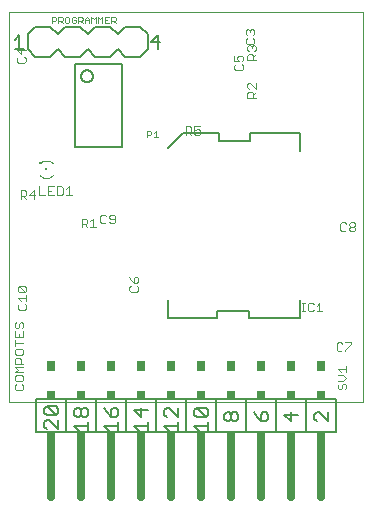
<source format=gto>
G75*
%MOIN*%
%OFA0B0*%
%FSLAX25Y25*%
%IPPOS*%
%LPD*%
%AMOC8*
5,1,8,0,0,1.08239X$1,22.5*
%
%ADD10C,0.00000*%
%ADD11C,0.00300*%
%ADD12C,0.00800*%
%ADD13C,0.00500*%
%ADD14C,0.00200*%
%ADD15C,0.00600*%
%ADD16C,0.02600*%
%ADD17R,0.02600X0.03000*%
%ADD18R,0.02600X0.02600*%
%ADD19R,0.02600X0.03200*%
%ADD20C,0.00400*%
%ADD21R,0.00787X0.00787*%
%ADD22R,0.00591X0.00984*%
D10*
X0016800Y0033989D02*
X0016800Y0163910D01*
X0134910Y0163910D01*
X0134910Y0033989D01*
X0016800Y0033989D01*
D11*
X0019231Y0037889D02*
X0021166Y0037889D01*
X0021650Y0038373D01*
X0021650Y0039340D01*
X0021166Y0039824D01*
X0021166Y0040835D02*
X0021650Y0041319D01*
X0021650Y0042287D01*
X0021166Y0042770D01*
X0019231Y0042770D01*
X0018748Y0042287D01*
X0018748Y0041319D01*
X0019231Y0040835D01*
X0021166Y0040835D01*
X0019231Y0039824D02*
X0018748Y0039340D01*
X0018748Y0038373D01*
X0019231Y0037889D01*
X0018748Y0043782D02*
X0019715Y0044749D01*
X0018748Y0045717D01*
X0021650Y0045717D01*
X0021650Y0046729D02*
X0018748Y0046729D01*
X0018748Y0048180D01*
X0019231Y0048664D01*
X0020199Y0048664D01*
X0020683Y0048180D01*
X0020683Y0046729D01*
X0021166Y0049675D02*
X0019231Y0049675D01*
X0018748Y0050159D01*
X0018748Y0051126D01*
X0019231Y0051610D01*
X0021166Y0051610D01*
X0021650Y0051126D01*
X0021650Y0050159D01*
X0021166Y0049675D01*
X0018748Y0052622D02*
X0018748Y0054557D01*
X0018748Y0053589D02*
X0021650Y0053589D01*
X0021650Y0055568D02*
X0021650Y0057503D01*
X0021166Y0058515D02*
X0021650Y0058998D01*
X0021650Y0059966D01*
X0021166Y0060450D01*
X0020683Y0060450D01*
X0020199Y0059966D01*
X0020199Y0058998D01*
X0019715Y0058515D01*
X0019231Y0058515D01*
X0018748Y0058998D01*
X0018748Y0059966D01*
X0019231Y0060450D01*
X0018748Y0057503D02*
X0018748Y0055568D01*
X0021650Y0055568D01*
X0020199Y0055568D02*
X0020199Y0056536D01*
X0020236Y0064670D02*
X0022171Y0064670D01*
X0022655Y0065153D01*
X0022655Y0066121D01*
X0022171Y0066604D01*
X0022655Y0067616D02*
X0022655Y0069551D01*
X0022655Y0068584D02*
X0019753Y0068584D01*
X0020720Y0067616D01*
X0020236Y0066604D02*
X0019753Y0066121D01*
X0019753Y0065153D01*
X0020236Y0064670D01*
X0020236Y0070563D02*
X0019753Y0071046D01*
X0019753Y0072014D01*
X0020236Y0072498D01*
X0022171Y0070563D01*
X0022655Y0071046D01*
X0022655Y0072014D01*
X0022171Y0072498D01*
X0020236Y0072498D01*
X0020236Y0070563D02*
X0022171Y0070563D01*
X0041057Y0092189D02*
X0041057Y0095091D01*
X0042508Y0095091D01*
X0042992Y0094608D01*
X0042992Y0093640D01*
X0042508Y0093156D01*
X0041057Y0093156D01*
X0042024Y0093156D02*
X0042992Y0092189D01*
X0044003Y0092189D02*
X0045938Y0092189D01*
X0044971Y0092189D02*
X0044971Y0095091D01*
X0044003Y0094124D01*
X0047307Y0093923D02*
X0047791Y0093439D01*
X0048758Y0093439D01*
X0049242Y0093923D01*
X0050253Y0093923D02*
X0050737Y0093439D01*
X0051705Y0093439D01*
X0052188Y0093923D01*
X0052188Y0095858D01*
X0051705Y0096341D01*
X0050737Y0096341D01*
X0050253Y0095858D01*
X0050253Y0095374D01*
X0050737Y0094890D01*
X0052188Y0094890D01*
X0049242Y0095858D02*
X0048758Y0096341D01*
X0047791Y0096341D01*
X0047307Y0095858D01*
X0047307Y0093923D01*
X0037725Y0102889D02*
X0035790Y0102889D01*
X0036757Y0102889D02*
X0036757Y0105791D01*
X0035790Y0104824D01*
X0034778Y0105308D02*
X0034778Y0103373D01*
X0034294Y0102889D01*
X0032843Y0102889D01*
X0032843Y0105791D01*
X0034294Y0105791D01*
X0034778Y0105308D01*
X0031831Y0105791D02*
X0029897Y0105791D01*
X0029897Y0102889D01*
X0031831Y0102889D01*
X0030864Y0104340D02*
X0029897Y0104340D01*
X0028885Y0102889D02*
X0026950Y0102889D01*
X0026950Y0105791D01*
X0025581Y0103090D02*
X0023647Y0103090D01*
X0025098Y0104541D01*
X0025098Y0101639D01*
X0022635Y0101639D02*
X0021667Y0102606D01*
X0022151Y0102606D02*
X0020700Y0102606D01*
X0020700Y0101639D02*
X0020700Y0104541D01*
X0022151Y0104541D01*
X0022635Y0104058D01*
X0022635Y0103090D01*
X0022151Y0102606D01*
X0056948Y0075627D02*
X0057431Y0074660D01*
X0058399Y0073692D01*
X0058399Y0075144D01*
X0058883Y0075627D01*
X0059366Y0075627D01*
X0059850Y0075144D01*
X0059850Y0074176D01*
X0059366Y0073692D01*
X0058399Y0073692D01*
X0059366Y0072681D02*
X0059850Y0072197D01*
X0059850Y0071230D01*
X0059366Y0070746D01*
X0057431Y0070746D01*
X0056948Y0071230D01*
X0056948Y0072197D01*
X0057431Y0072681D01*
X0021650Y0043782D02*
X0018748Y0043782D01*
X0075700Y0122889D02*
X0075700Y0125791D01*
X0077151Y0125791D01*
X0077635Y0125308D01*
X0077635Y0124340D01*
X0077151Y0123856D01*
X0075700Y0123856D01*
X0076667Y0123856D02*
X0077635Y0122889D01*
X0078647Y0123373D02*
X0079130Y0122889D01*
X0080098Y0122889D01*
X0080581Y0123373D01*
X0080581Y0124340D01*
X0080098Y0124824D01*
X0079614Y0124824D01*
X0078647Y0124340D01*
X0078647Y0125791D01*
X0080581Y0125791D01*
X0096248Y0135389D02*
X0096248Y0136840D01*
X0096731Y0137324D01*
X0097699Y0137324D01*
X0098183Y0136840D01*
X0098183Y0135389D01*
X0099150Y0135389D02*
X0096248Y0135389D01*
X0098183Y0136356D02*
X0099150Y0137324D01*
X0099150Y0138335D02*
X0097215Y0140270D01*
X0096731Y0140270D01*
X0096248Y0139787D01*
X0096248Y0138819D01*
X0096731Y0138335D01*
X0099150Y0138335D02*
X0099150Y0140270D01*
X0094850Y0144980D02*
X0094850Y0145947D01*
X0094366Y0146431D01*
X0094366Y0147442D02*
X0094850Y0147926D01*
X0094850Y0148894D01*
X0094366Y0149377D01*
X0093399Y0149377D01*
X0092915Y0148894D01*
X0092915Y0148410D01*
X0093399Y0147442D01*
X0091948Y0147442D01*
X0091948Y0149377D01*
X0092431Y0146431D02*
X0091948Y0145947D01*
X0091948Y0144980D01*
X0092431Y0144496D01*
X0094366Y0144496D01*
X0094850Y0144980D01*
X0096248Y0147889D02*
X0096248Y0149340D01*
X0096731Y0149824D01*
X0097699Y0149824D01*
X0098183Y0149340D01*
X0098183Y0147889D01*
X0099150Y0147889D02*
X0096248Y0147889D01*
X0098183Y0148856D02*
X0099150Y0149824D01*
X0098666Y0150835D02*
X0099150Y0151319D01*
X0099150Y0152287D01*
X0098666Y0152770D01*
X0098183Y0152770D01*
X0097699Y0152287D01*
X0097699Y0151803D01*
X0097699Y0152287D02*
X0097215Y0152770D01*
X0096731Y0152770D01*
X0096248Y0152287D01*
X0096248Y0151319D01*
X0096731Y0150835D01*
X0096181Y0153246D02*
X0098116Y0153246D01*
X0098600Y0153730D01*
X0098600Y0154697D01*
X0098116Y0155181D01*
X0098116Y0156192D02*
X0098600Y0156676D01*
X0098600Y0157644D01*
X0098116Y0158127D01*
X0097633Y0158127D01*
X0097149Y0157644D01*
X0097149Y0157160D01*
X0097149Y0157644D02*
X0096665Y0158127D01*
X0096181Y0158127D01*
X0095698Y0157644D01*
X0095698Y0156676D01*
X0096181Y0156192D01*
X0096181Y0155181D02*
X0095698Y0154697D01*
X0095698Y0153730D01*
X0096181Y0153246D01*
X0127791Y0093841D02*
X0127307Y0093358D01*
X0127307Y0091423D01*
X0127791Y0090939D01*
X0128758Y0090939D01*
X0129242Y0091423D01*
X0130253Y0091423D02*
X0130253Y0091906D01*
X0130737Y0092390D01*
X0131705Y0092390D01*
X0132188Y0091906D01*
X0132188Y0091423D01*
X0131705Y0090939D01*
X0130737Y0090939D01*
X0130253Y0091423D01*
X0130737Y0092390D02*
X0130253Y0092874D01*
X0130253Y0093358D01*
X0130737Y0093841D01*
X0131705Y0093841D01*
X0132188Y0093358D01*
X0132188Y0092874D01*
X0131705Y0092390D01*
X0129242Y0093358D02*
X0128758Y0093841D01*
X0127791Y0093841D01*
X0120328Y0067041D02*
X0120328Y0064139D01*
X0119361Y0064139D02*
X0121296Y0064139D01*
X0119361Y0066074D02*
X0120328Y0067041D01*
X0118349Y0066558D02*
X0117866Y0067041D01*
X0116898Y0067041D01*
X0116414Y0066558D01*
X0116414Y0064623D01*
X0116898Y0064139D01*
X0117866Y0064139D01*
X0118349Y0064623D01*
X0115417Y0064139D02*
X0114450Y0064139D01*
X0114934Y0064139D02*
X0114934Y0067041D01*
X0115417Y0067041D02*
X0114450Y0067041D01*
X0126541Y0053841D02*
X0126057Y0053358D01*
X0126057Y0051423D01*
X0126541Y0050939D01*
X0127508Y0050939D01*
X0127992Y0051423D01*
X0129003Y0051423D02*
X0129003Y0050939D01*
X0129003Y0051423D02*
X0130938Y0053358D01*
X0130938Y0053841D01*
X0129003Y0053841D01*
X0127992Y0053358D02*
X0127508Y0053841D01*
X0126541Y0053841D01*
X0129289Y0045933D02*
X0129289Y0043998D01*
X0129289Y0044965D02*
X0126387Y0044965D01*
X0127354Y0043998D01*
X0128321Y0042986D02*
X0126387Y0042986D01*
X0128321Y0042986D02*
X0129289Y0042019D01*
X0128321Y0041051D01*
X0126387Y0041051D01*
X0126870Y0040040D02*
X0126387Y0039556D01*
X0126387Y0038588D01*
X0126870Y0038105D01*
X0127354Y0038105D01*
X0127838Y0038588D01*
X0127838Y0039556D01*
X0128321Y0040040D01*
X0128805Y0040040D01*
X0129289Y0039556D01*
X0129289Y0038588D01*
X0128805Y0038105D01*
X0021866Y0146996D02*
X0022350Y0147480D01*
X0022350Y0148447D01*
X0021866Y0148931D01*
X0020899Y0149942D02*
X0020899Y0151877D01*
X0022350Y0151394D02*
X0019448Y0151394D01*
X0020899Y0149942D01*
X0019931Y0148931D02*
X0019448Y0148447D01*
X0019448Y0147480D01*
X0019931Y0146996D01*
X0021866Y0146996D01*
D12*
X0069753Y0118566D02*
X0074871Y0123684D01*
X0086682Y0123684D01*
X0086682Y0121085D01*
X0097312Y0121085D01*
X0097312Y0123684D01*
X0113847Y0123684D01*
X0113847Y0123448D02*
X0113847Y0117542D01*
X0113847Y0067936D02*
X0113847Y0062030D01*
X0113847Y0061794D02*
X0096918Y0061794D01*
X0096918Y0064393D01*
X0086288Y0064393D01*
X0086288Y0061794D01*
X0069753Y0061794D01*
X0069753Y0062030D02*
X0069753Y0067936D01*
D13*
X0070103Y0031949D02*
X0069352Y0031949D01*
X0068601Y0031198D01*
X0068601Y0029697D01*
X0069352Y0028946D01*
X0070103Y0031949D02*
X0073105Y0028946D01*
X0073105Y0031949D01*
X0073105Y0027345D02*
X0073105Y0024342D01*
X0073105Y0025843D02*
X0068601Y0025843D01*
X0070103Y0024342D01*
X0063105Y0024342D02*
X0063105Y0027345D01*
X0063105Y0025843D02*
X0058601Y0025843D01*
X0060103Y0024342D01*
X0060853Y0028946D02*
X0060853Y0031949D01*
X0058601Y0031198D02*
X0060853Y0028946D01*
X0063105Y0031198D02*
X0058601Y0031198D01*
X0053105Y0031198D02*
X0053105Y0029697D01*
X0052354Y0028946D01*
X0050853Y0028946D01*
X0050853Y0031198D01*
X0051604Y0031949D01*
X0052354Y0031949D01*
X0053105Y0031198D01*
X0050853Y0028946D02*
X0049352Y0030447D01*
X0048601Y0031949D01*
X0043105Y0031198D02*
X0043105Y0029697D01*
X0042354Y0028946D01*
X0041604Y0028946D01*
X0040853Y0029697D01*
X0040853Y0031198D01*
X0041604Y0031949D01*
X0042354Y0031949D01*
X0043105Y0031198D01*
X0040853Y0031198D02*
X0040103Y0031949D01*
X0039352Y0031949D01*
X0038601Y0031198D01*
X0038601Y0029697D01*
X0039352Y0028946D01*
X0040103Y0028946D01*
X0040853Y0029697D01*
X0043105Y0027345D02*
X0043105Y0024342D01*
X0043105Y0025843D02*
X0038601Y0025843D01*
X0040103Y0024342D01*
X0033105Y0024842D02*
X0030103Y0027845D01*
X0029352Y0027845D01*
X0028601Y0027094D01*
X0028601Y0025593D01*
X0029352Y0024842D01*
X0033105Y0024842D02*
X0033105Y0027845D01*
X0032354Y0029446D02*
X0029352Y0032449D01*
X0032354Y0032449D01*
X0033105Y0031698D01*
X0033105Y0030197D01*
X0032354Y0029446D01*
X0029352Y0029446D01*
X0028601Y0030197D01*
X0028601Y0031698D01*
X0029352Y0032449D01*
X0048601Y0025843D02*
X0053105Y0025843D01*
X0053105Y0024342D02*
X0053105Y0027345D01*
X0050103Y0024342D02*
X0048601Y0025843D01*
X0078601Y0025843D02*
X0083105Y0025843D01*
X0083105Y0024342D02*
X0083105Y0027345D01*
X0082354Y0028946D02*
X0079352Y0031949D01*
X0082354Y0031949D01*
X0083105Y0031198D01*
X0083105Y0029697D01*
X0082354Y0028946D01*
X0079352Y0028946D01*
X0078601Y0029697D01*
X0078601Y0031198D01*
X0079352Y0031949D01*
X0078601Y0025843D02*
X0080103Y0024342D01*
X0088601Y0028197D02*
X0088601Y0029698D01*
X0089352Y0030449D01*
X0090103Y0030449D01*
X0090853Y0029698D01*
X0090853Y0028197D01*
X0090103Y0027446D01*
X0089352Y0027446D01*
X0088601Y0028197D01*
X0090853Y0028197D02*
X0091604Y0027446D01*
X0092354Y0027446D01*
X0093105Y0028197D01*
X0093105Y0029698D01*
X0092354Y0030449D01*
X0091604Y0030449D01*
X0090853Y0029698D01*
X0098601Y0030449D02*
X0099352Y0028947D01*
X0100853Y0027446D01*
X0100853Y0029698D01*
X0101604Y0030449D01*
X0102354Y0030449D01*
X0103105Y0029698D01*
X0103105Y0028197D01*
X0102354Y0027446D01*
X0100853Y0027446D01*
X0108601Y0029698D02*
X0110853Y0027446D01*
X0110853Y0030449D01*
X0113105Y0029698D02*
X0108601Y0029698D01*
X0118601Y0029698D02*
X0118601Y0028197D01*
X0119352Y0027446D01*
X0118601Y0029698D02*
X0119352Y0030449D01*
X0120103Y0030449D01*
X0123105Y0027446D01*
X0123105Y0030449D01*
X0054674Y0118959D02*
X0054674Y0146519D01*
X0038926Y0146519D01*
X0038926Y0118959D01*
X0054674Y0118959D01*
X0040894Y0142581D02*
X0040896Y0142669D01*
X0040902Y0142757D01*
X0040912Y0142845D01*
X0040926Y0142933D01*
X0040943Y0143019D01*
X0040965Y0143105D01*
X0040990Y0143189D01*
X0041020Y0143273D01*
X0041052Y0143355D01*
X0041089Y0143435D01*
X0041129Y0143514D01*
X0041173Y0143591D01*
X0041220Y0143666D01*
X0041270Y0143738D01*
X0041324Y0143809D01*
X0041380Y0143876D01*
X0041440Y0143942D01*
X0041502Y0144004D01*
X0041568Y0144064D01*
X0041635Y0144120D01*
X0041706Y0144174D01*
X0041778Y0144224D01*
X0041853Y0144271D01*
X0041930Y0144315D01*
X0042009Y0144355D01*
X0042089Y0144392D01*
X0042171Y0144424D01*
X0042255Y0144454D01*
X0042339Y0144479D01*
X0042425Y0144501D01*
X0042511Y0144518D01*
X0042599Y0144532D01*
X0042687Y0144542D01*
X0042775Y0144548D01*
X0042863Y0144550D01*
X0042951Y0144548D01*
X0043039Y0144542D01*
X0043127Y0144532D01*
X0043215Y0144518D01*
X0043301Y0144501D01*
X0043387Y0144479D01*
X0043471Y0144454D01*
X0043555Y0144424D01*
X0043637Y0144392D01*
X0043717Y0144355D01*
X0043796Y0144315D01*
X0043873Y0144271D01*
X0043948Y0144224D01*
X0044020Y0144174D01*
X0044091Y0144120D01*
X0044158Y0144064D01*
X0044224Y0144004D01*
X0044286Y0143942D01*
X0044346Y0143876D01*
X0044402Y0143809D01*
X0044456Y0143738D01*
X0044506Y0143666D01*
X0044553Y0143591D01*
X0044597Y0143514D01*
X0044637Y0143435D01*
X0044674Y0143355D01*
X0044706Y0143273D01*
X0044736Y0143189D01*
X0044761Y0143105D01*
X0044783Y0143019D01*
X0044800Y0142933D01*
X0044814Y0142845D01*
X0044824Y0142757D01*
X0044830Y0142669D01*
X0044832Y0142581D01*
X0044830Y0142493D01*
X0044824Y0142405D01*
X0044814Y0142317D01*
X0044800Y0142229D01*
X0044783Y0142143D01*
X0044761Y0142057D01*
X0044736Y0141973D01*
X0044706Y0141889D01*
X0044674Y0141807D01*
X0044637Y0141727D01*
X0044597Y0141648D01*
X0044553Y0141571D01*
X0044506Y0141496D01*
X0044456Y0141424D01*
X0044402Y0141353D01*
X0044346Y0141286D01*
X0044286Y0141220D01*
X0044224Y0141158D01*
X0044158Y0141098D01*
X0044091Y0141042D01*
X0044020Y0140988D01*
X0043948Y0140938D01*
X0043873Y0140891D01*
X0043796Y0140847D01*
X0043717Y0140807D01*
X0043637Y0140770D01*
X0043555Y0140738D01*
X0043471Y0140708D01*
X0043387Y0140683D01*
X0043301Y0140661D01*
X0043215Y0140644D01*
X0043127Y0140630D01*
X0043039Y0140620D01*
X0042951Y0140614D01*
X0042863Y0140612D01*
X0042775Y0140614D01*
X0042687Y0140620D01*
X0042599Y0140630D01*
X0042511Y0140644D01*
X0042425Y0140661D01*
X0042339Y0140683D01*
X0042255Y0140708D01*
X0042171Y0140738D01*
X0042089Y0140770D01*
X0042009Y0140807D01*
X0041930Y0140847D01*
X0041853Y0140891D01*
X0041778Y0140938D01*
X0041706Y0140988D01*
X0041635Y0141042D01*
X0041568Y0141098D01*
X0041502Y0141158D01*
X0041440Y0141220D01*
X0041380Y0141286D01*
X0041324Y0141353D01*
X0041270Y0141424D01*
X0041220Y0141496D01*
X0041173Y0141571D01*
X0041129Y0141648D01*
X0041089Y0141727D01*
X0041052Y0141807D01*
X0041020Y0141889D01*
X0040990Y0141973D01*
X0040965Y0142057D01*
X0040943Y0142143D01*
X0040926Y0142229D01*
X0040912Y0142317D01*
X0040902Y0142405D01*
X0040896Y0142493D01*
X0040894Y0142581D01*
X0021803Y0151739D02*
X0018800Y0151739D01*
X0020301Y0151739D02*
X0020301Y0156243D01*
X0018800Y0154742D01*
X0064300Y0153991D02*
X0067303Y0153991D01*
X0066552Y0151739D02*
X0066552Y0156243D01*
X0064300Y0153991D01*
D14*
X0052408Y0160189D02*
X0051674Y0160923D01*
X0052041Y0160923D02*
X0050940Y0160923D01*
X0050940Y0160189D02*
X0050940Y0162391D01*
X0052041Y0162391D01*
X0052408Y0162024D01*
X0052408Y0161290D01*
X0052041Y0160923D01*
X0050198Y0160189D02*
X0048730Y0160189D01*
X0048730Y0162391D01*
X0050198Y0162391D01*
X0049464Y0161290D02*
X0048730Y0161290D01*
X0047988Y0162391D02*
X0047988Y0160189D01*
X0046520Y0160189D02*
X0046520Y0162391D01*
X0047254Y0161657D01*
X0047988Y0162391D01*
X0045778Y0162391D02*
X0045778Y0160189D01*
X0044310Y0160189D02*
X0044310Y0162391D01*
X0045044Y0161657D01*
X0045778Y0162391D01*
X0043568Y0161657D02*
X0043568Y0160189D01*
X0043568Y0161290D02*
X0042101Y0161290D01*
X0042101Y0161657D02*
X0042101Y0160189D01*
X0041359Y0160189D02*
X0040625Y0160923D01*
X0040992Y0160923D02*
X0039891Y0160923D01*
X0039891Y0160189D02*
X0039891Y0162391D01*
X0040992Y0162391D01*
X0041359Y0162024D01*
X0041359Y0161290D01*
X0040992Y0160923D01*
X0042101Y0161657D02*
X0042834Y0162391D01*
X0043568Y0161657D01*
X0039149Y0162024D02*
X0038782Y0162391D01*
X0038048Y0162391D01*
X0037681Y0162024D01*
X0037681Y0160556D01*
X0038048Y0160189D01*
X0038782Y0160189D01*
X0039149Y0160556D01*
X0039149Y0161290D01*
X0038415Y0161290D01*
X0036939Y0162024D02*
X0036572Y0162391D01*
X0035838Y0162391D01*
X0035471Y0162024D01*
X0035471Y0160556D01*
X0035838Y0160189D01*
X0036572Y0160189D01*
X0036939Y0160556D01*
X0036939Y0162024D01*
X0034729Y0162024D02*
X0034729Y0161290D01*
X0034362Y0160923D01*
X0033261Y0160923D01*
X0033995Y0160923D02*
X0034729Y0160189D01*
X0033261Y0160189D02*
X0033261Y0162391D01*
X0034362Y0162391D01*
X0034729Y0162024D01*
X0032519Y0162024D02*
X0032519Y0161290D01*
X0032152Y0160923D01*
X0031051Y0160923D01*
X0031051Y0160189D02*
X0031051Y0162391D01*
X0032152Y0162391D01*
X0032519Y0162024D01*
X0062854Y0124393D02*
X0063955Y0124393D01*
X0064322Y0124026D01*
X0064322Y0123292D01*
X0063955Y0122925D01*
X0062854Y0122925D01*
X0062854Y0122191D02*
X0062854Y0124393D01*
X0065064Y0123659D02*
X0065798Y0124393D01*
X0065798Y0122191D01*
X0065064Y0122191D02*
X0066532Y0122191D01*
D15*
X0035855Y0023800D02*
X0025855Y0023800D01*
X0025855Y0034800D01*
X0035855Y0034800D01*
X0045855Y0034800D01*
X0055855Y0034800D01*
X0065855Y0034800D01*
X0075855Y0034800D01*
X0075855Y0023800D01*
X0085855Y0023800D01*
X0095855Y0023800D01*
X0105855Y0023800D01*
X0115855Y0023800D01*
X0125855Y0023800D01*
X0125855Y0034800D01*
X0115855Y0034800D01*
X0105855Y0034800D01*
X0105855Y0023800D01*
X0115855Y0023800D02*
X0115855Y0034800D01*
X0105855Y0034800D02*
X0095855Y0034800D01*
X0095855Y0023800D01*
X0095855Y0034800D02*
X0085855Y0034800D01*
X0085855Y0023800D01*
X0075855Y0023800D02*
X0065855Y0023800D01*
X0055855Y0023800D01*
X0055855Y0034800D01*
X0055855Y0023800D02*
X0045855Y0023800D01*
X0035855Y0023800D01*
X0035855Y0034800D01*
X0045855Y0034800D02*
X0045855Y0023800D01*
X0065855Y0023800D02*
X0065855Y0034800D01*
X0075855Y0034800D02*
X0085855Y0034800D01*
X0060550Y0148989D02*
X0055550Y0148989D01*
X0053050Y0151489D01*
X0050550Y0148989D01*
X0045550Y0148989D01*
X0043050Y0151489D01*
X0040550Y0148989D01*
X0035550Y0148989D01*
X0033050Y0151489D01*
X0030550Y0148989D01*
X0025550Y0148989D01*
X0023050Y0151489D01*
X0023050Y0156489D01*
X0025550Y0158989D01*
X0030550Y0158989D01*
X0033050Y0156489D01*
X0035550Y0158989D01*
X0040550Y0158989D01*
X0043050Y0156489D01*
X0045550Y0158989D01*
X0050550Y0158989D01*
X0053050Y0156489D01*
X0055550Y0158989D01*
X0060550Y0158989D01*
X0063050Y0156489D01*
X0063050Y0151489D01*
X0060550Y0148989D01*
D16*
X0060855Y0020800D02*
X0060855Y0002300D01*
X0050855Y0002300D02*
X0050855Y0020800D01*
X0040855Y0020800D02*
X0040855Y0002300D01*
X0030855Y0002300D02*
X0030855Y0020800D01*
X0070855Y0020800D02*
X0070855Y0002300D01*
X0080855Y0002300D02*
X0080855Y0020800D01*
X0090855Y0020800D02*
X0090855Y0002300D01*
X0100855Y0002300D02*
X0100855Y0020800D01*
X0110855Y0020800D02*
X0110855Y0002300D01*
X0120855Y0002300D02*
X0120855Y0020800D01*
D17*
X0120855Y0022300D03*
X0110855Y0022300D03*
X0100855Y0022300D03*
X0090855Y0022300D03*
X0080855Y0022300D03*
X0070855Y0022300D03*
X0060855Y0022300D03*
X0050855Y0022300D03*
X0040855Y0022300D03*
X0030855Y0022300D03*
D18*
X0030855Y0036100D03*
X0040855Y0036100D03*
X0050855Y0036100D03*
X0060855Y0036100D03*
X0070855Y0036100D03*
X0080855Y0036100D03*
X0090855Y0036100D03*
X0100855Y0036100D03*
X0110855Y0036100D03*
X0120855Y0036100D03*
D19*
X0120855Y0045800D03*
X0110855Y0045800D03*
X0100855Y0045800D03*
X0090855Y0045800D03*
X0080855Y0045800D03*
X0070855Y0045800D03*
X0060855Y0045800D03*
X0050855Y0045800D03*
X0040855Y0045800D03*
X0030855Y0045800D03*
D20*
X0031465Y0109521D02*
X0031392Y0109444D01*
X0031317Y0109369D01*
X0031239Y0109298D01*
X0031158Y0109229D01*
X0031075Y0109163D01*
X0030990Y0109100D01*
X0030902Y0109041D01*
X0030813Y0108984D01*
X0030721Y0108931D01*
X0030627Y0108881D01*
X0030532Y0108835D01*
X0030435Y0108792D01*
X0030337Y0108753D01*
X0030237Y0108717D01*
X0030136Y0108685D01*
X0030034Y0108657D01*
X0029931Y0108632D01*
X0029827Y0108611D01*
X0029722Y0108594D01*
X0029617Y0108580D01*
X0029512Y0108571D01*
X0029406Y0108565D01*
X0029300Y0108563D01*
X0029194Y0108565D01*
X0029088Y0108571D01*
X0028983Y0108580D01*
X0028878Y0108594D01*
X0028773Y0108611D01*
X0028669Y0108632D01*
X0028566Y0108657D01*
X0028464Y0108685D01*
X0028363Y0108717D01*
X0028263Y0108753D01*
X0028165Y0108792D01*
X0028068Y0108835D01*
X0027973Y0108881D01*
X0027879Y0108931D01*
X0027787Y0108984D01*
X0027698Y0109041D01*
X0027610Y0109100D01*
X0027525Y0109163D01*
X0027442Y0109229D01*
X0027361Y0109298D01*
X0027283Y0109369D01*
X0027208Y0109444D01*
X0027135Y0109521D01*
X0027135Y0113457D02*
X0027208Y0113534D01*
X0027283Y0113609D01*
X0027361Y0113680D01*
X0027442Y0113749D01*
X0027525Y0113815D01*
X0027610Y0113878D01*
X0027698Y0113937D01*
X0027787Y0113994D01*
X0027879Y0114047D01*
X0027973Y0114097D01*
X0028068Y0114143D01*
X0028165Y0114186D01*
X0028263Y0114225D01*
X0028363Y0114261D01*
X0028464Y0114293D01*
X0028566Y0114321D01*
X0028669Y0114346D01*
X0028773Y0114367D01*
X0028878Y0114384D01*
X0028983Y0114398D01*
X0029088Y0114407D01*
X0029194Y0114413D01*
X0029300Y0114415D01*
X0029406Y0114413D01*
X0029512Y0114407D01*
X0029617Y0114398D01*
X0029722Y0114384D01*
X0029827Y0114367D01*
X0029931Y0114346D01*
X0030034Y0114321D01*
X0030136Y0114293D01*
X0030237Y0114261D01*
X0030337Y0114225D01*
X0030435Y0114186D01*
X0030532Y0114143D01*
X0030627Y0114097D01*
X0030721Y0114047D01*
X0030813Y0113994D01*
X0030902Y0113937D01*
X0030990Y0113878D01*
X0031075Y0113815D01*
X0031158Y0113749D01*
X0031239Y0113680D01*
X0031317Y0113609D01*
X0031392Y0113534D01*
X0031465Y0113457D01*
D21*
X0029300Y0111489D03*
D22*
X0027233Y0113753D03*
M02*

</source>
